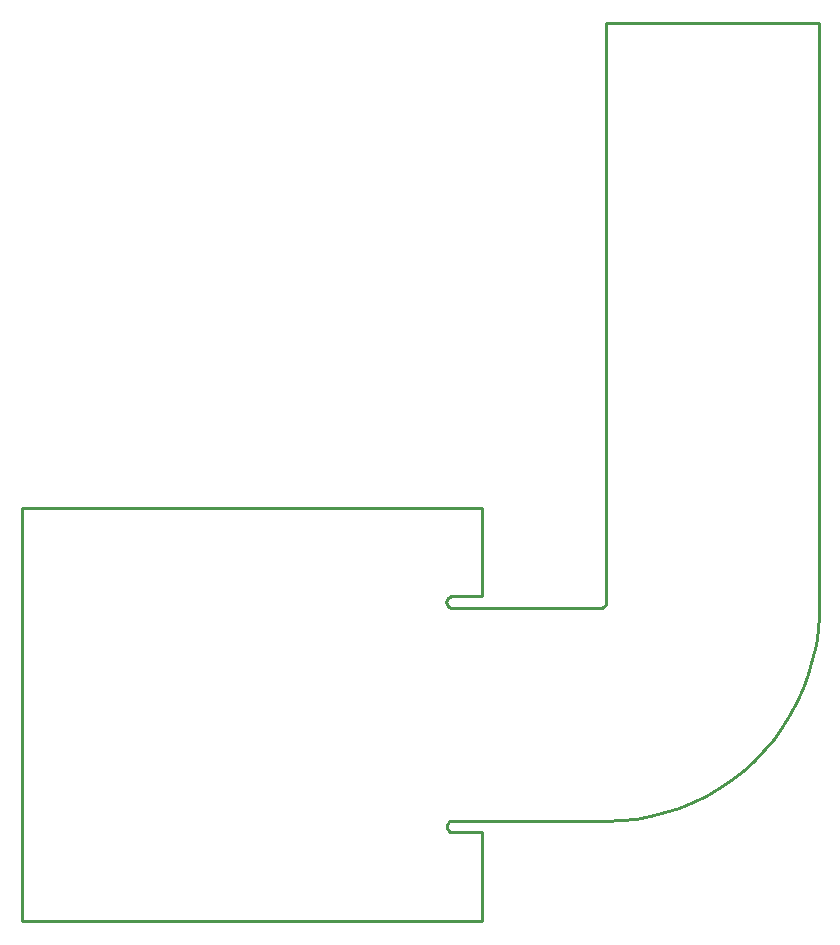
<source format=gbr>
%FSTAX44Y44*%
%MOMM*%
%SFA1B1*%

%IPPOS*%
%ADD10C,0.253999*%
%LNquadflex4demo_mechanical_1-1*%
%LPD*%
G54D10*
X00364999Y00084999D02*
D01*
X00364651Y00084987*
X00364304Y00084951*
X0036396Y0008489*
X00363621Y00084806*
X00363289Y00084698*
X00362966Y00084567*
X00362652Y00084414*
X0036235Y0008424*
X0036206Y00084045*
X00361785Y0008383*
X00361526Y00083596*
X00361284Y00083345*
X00361059Y00083078*
X00360854Y00082795*
X00360669Y00082499*
X00360506Y00082191*
X00360364Y00081872*
X00360244Y00081544*
X00360148Y00081209*
X00360075Y00080868*
X00360027Y00080522*
X00360002Y00080174*
Y00079825*
X00360027Y00079477*
X00360075Y00079131*
X00360148Y0007879*
X00360244Y00078454*
X00360364Y00078126*
X00360506Y00077808*
X00360669Y00077499*
X00360854Y00077203*
X00361059Y00076921*
X00361284Y00076654*
X00361526Y00076403*
X00361785Y00076169*
X0036206Y00075954*
X0036235Y00075759*
X00362652Y00075585*
X00362966Y00075432*
X00363289Y00075301*
X00363621Y00075193*
X0036396Y00075109*
X00364304Y00075048*
X00364651Y00075012*
X00364999Y00074999*
X00364749Y00274999D02*
D01*
X00364401Y00274987*
X00364053Y00274951*
X0036371Y0027489*
X00363371Y00274806*
X00363039Y00274698*
X00362716Y00274567*
X00362402Y00274414*
X003621Y00274239*
X00361811Y00274044*
X00361535Y0027383*
X00361276Y00273596*
X00361034Y00273345*
X00360809Y00273078*
X00360604Y00272795*
X00360419Y00272499*
X00360255Y00272191*
X00360113Y00271872*
X00359994Y00271545*
X00359898Y00271209*
X00359825Y00270868*
X00359777Y00270522*
X00359752Y00270174*
Y00269825*
X00359777Y00269477*
X00359825Y00269131*
X00359898Y0026879*
X00359994Y00268454*
X00360113Y00268126*
X00360255Y00267807*
X00360419Y00267499*
X00360604Y00267203*
X00360809Y00266921*
X00361034Y00266654*
X00361276Y00266403*
X00361535Y00266169*
X00361811Y00265954*
X003621Y00265759*
X00362402Y00265585*
X00362716Y00265432*
X00363039Y00265301*
X00363371Y00265193*
X0036371Y00265109*
X00364053Y00265048*
X00364401Y00265012*
X00364749Y00264999*
X00494999Y00084999D02*
D01*
X00507556Y00085438*
X00520051Y00086751*
X00532423Y00088933*
X00544614Y00091972*
X00556563Y00095855*
X00568212Y00100561*
X00579504Y00106069*
X00590385Y00112351*
X00600801Y00119376*
X00610701Y00127111*
X00620038Y00135518*
X00628765Y00144556*
X00636841Y0015418*
X00644226Y00164345*
X00650884Y00174999*
X00656782Y00186093*
X00661893Y0019757*
X00666189Y00209376*
X00669653Y00221453*
X00672265Y00233743*
X00674013Y00246184*
X0067489Y00258718*
X00674999Y00264999*
X00489999D02*
D01*
X00490348Y00265012*
X00490695Y00265048*
X00491039Y00265109*
X00491377Y00265193*
X00491709Y00265301*
X00492033Y00265432*
X00492347Y00265585*
X00492649Y00265759*
X00492938Y00265954*
X00493213Y00266169*
X00493473Y00266403*
X00493715Y00266654*
X00493939Y00266921*
X00494145Y00267203*
X00494329Y00267499*
X00494493Y00267807*
X00494635Y00268126*
X00494755Y00268454*
X00494851Y0026879*
X00494923Y00269131*
X00494972Y00269477*
X00494996Y00269825*
X00494999Y00269999*
X0Y0D02*
Y00349999D01*
Y0D02*
X00389999D01*
X0Y00349999D02*
X00389999D01*
Y0D02*
Y00074999D01*
Y00274999D02*
Y00349999D01*
X00364999Y00074999D02*
X00389999D01*
X00364999Y00084999D02*
X00494999D01*
X00364749Y00274999D02*
X00389749D01*
X00364999Y00264999D02*
X00489999D01*
X00674999D02*
Y00759999D01*
X00494999Y00269999D02*
Y00759999D01*
X00674999*
M02*
</source>
